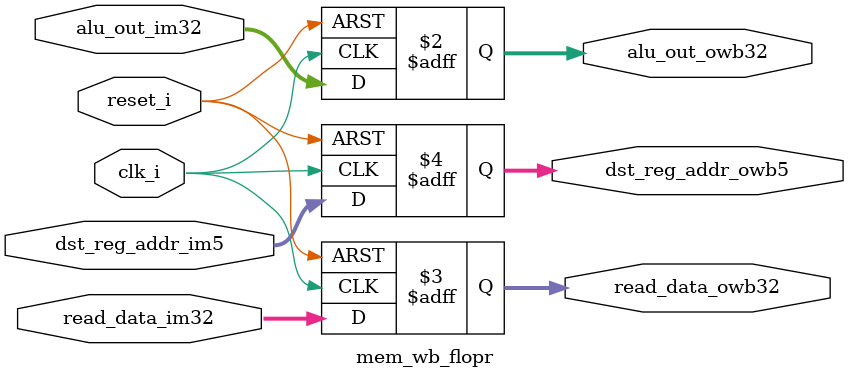
<source format=sv>
`timescale 1ns / 1ps

module mem_wb_flopr #(parameter WIDTH=8)(
    // INPUTS - Memory Stage data
    input logic              clk_i
    ,input logic             reset_i
    ,input logic [WIDTH-1:0] alu_out_im32
    ,input logic [WIDTH-1:0] read_data_im32
    ,input logic [4:0]       dst_reg_addr_im5

    // OUTPUTS - Writeback Stage data
    ,output logic [WIDTH-1:0] alu_out_owb32
    ,output logic [WIDTH-1:0] read_data_owb32
    ,output logic [4:0]       dst_reg_addr_owb5
    );

    always_ff @(posedge clk_i, posedge reset_i)
        if (reset_i)
        begin
            alu_out_owb32 <= 0;
            read_data_owb32 <= 0;
            dst_reg_addr_owb5 <= 0;
        end

        else
        begin
            alu_out_owb32 <= alu_out_im32;
            read_data_owb32 <= read_data_im32;
            dst_reg_addr_owb5 <= dst_reg_addr_im5;
        end
endmodule

</source>
